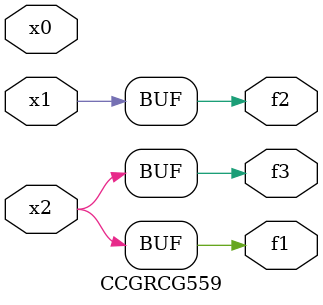
<source format=v>
module CCGRCG559(
	input x0, x1, x2,
	output f1, f2, f3
);
	assign f1 = x2;
	assign f2 = x1;
	assign f3 = x2;
endmodule

</source>
